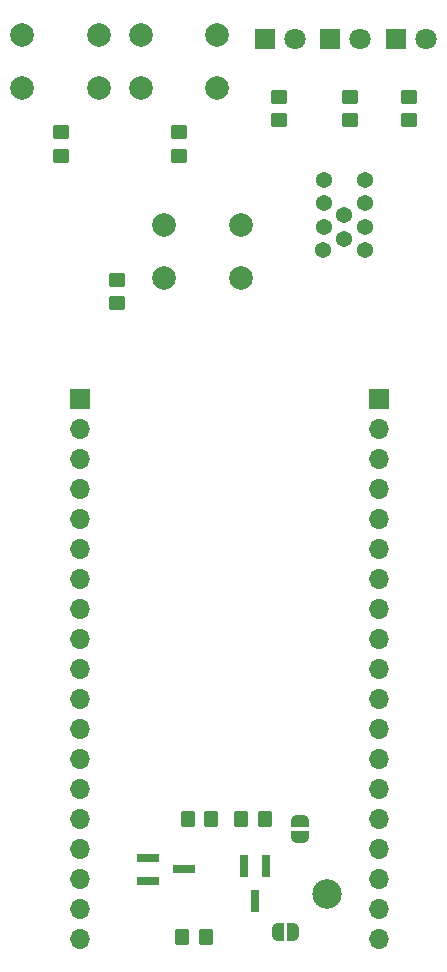
<source format=gts>
G04 #@! TF.GenerationSoftware,KiCad,Pcbnew,(6.0.11)*
G04 #@! TF.CreationDate,2023-03-04T17:24:57+01:00*
G04 #@! TF.ProjectId,jig2,6a696732-2e6b-4696-9361-645f70636258,rev?*
G04 #@! TF.SameCoordinates,Original*
G04 #@! TF.FileFunction,Soldermask,Top*
G04 #@! TF.FilePolarity,Negative*
%FSLAX46Y46*%
G04 Gerber Fmt 4.6, Leading zero omitted, Abs format (unit mm)*
G04 Created by KiCad (PCBNEW (6.0.11)) date 2023-03-04 17:24:57*
%MOMM*%
%LPD*%
G01*
G04 APERTURE LIST*
G04 Aperture macros list*
%AMRoundRect*
0 Rectangle with rounded corners*
0 $1 Rounding radius*
0 $2 $3 $4 $5 $6 $7 $8 $9 X,Y pos of 4 corners*
0 Add a 4 corners polygon primitive as box body*
4,1,4,$2,$3,$4,$5,$6,$7,$8,$9,$2,$3,0*
0 Add four circle primitives for the rounded corners*
1,1,$1+$1,$2,$3*
1,1,$1+$1,$4,$5*
1,1,$1+$1,$6,$7*
1,1,$1+$1,$8,$9*
0 Add four rect primitives between the rounded corners*
20,1,$1+$1,$2,$3,$4,$5,0*
20,1,$1+$1,$4,$5,$6,$7,0*
20,1,$1+$1,$6,$7,$8,$9,0*
20,1,$1+$1,$8,$9,$2,$3,0*%
%AMFreePoly0*
4,1,22,0.500000,-0.750000,0.000000,-0.750000,0.000000,-0.745033,-0.079941,-0.743568,-0.215256,-0.701293,-0.333266,-0.622738,-0.424486,-0.514219,-0.481581,-0.384460,-0.499164,-0.250000,-0.500000,-0.250000,-0.500000,0.250000,-0.499164,0.250000,-0.499963,0.256109,-0.478152,0.396186,-0.417904,0.524511,-0.324060,0.630769,-0.204165,0.706417,-0.067858,0.745374,0.000000,0.744959,0.000000,0.750000,
0.500000,0.750000,0.500000,-0.750000,0.500000,-0.750000,$1*%
%AMFreePoly1*
4,1,20,0.000000,0.744959,0.073905,0.744508,0.209726,0.703889,0.328688,0.626782,0.421226,0.519385,0.479903,0.390333,0.500000,0.250000,0.500000,-0.250000,0.499851,-0.262216,0.476331,-0.402017,0.414519,-0.529596,0.319384,-0.634700,0.198574,-0.708877,0.061801,-0.746166,0.000000,-0.745033,0.000000,-0.750000,-0.500000,-0.750000,-0.500000,0.750000,0.000000,0.750000,0.000000,0.744959,
0.000000,0.744959,$1*%
G04 Aperture macros list end*
%ADD10FreePoly0,180.000000*%
%ADD11FreePoly1,180.000000*%
%ADD12RoundRect,0.250000X0.350000X0.450000X-0.350000X0.450000X-0.350000X-0.450000X0.350000X-0.450000X0*%
%ADD13RoundRect,0.250000X-0.450000X0.350000X-0.450000X-0.350000X0.450000X-0.350000X0.450000X0.350000X0*%
%ADD14C,2.000000*%
%ADD15R,1.700000X1.700000*%
%ADD16O,1.700000X1.700000*%
%ADD17R,0.800000X1.900000*%
%ADD18R,1.800000X1.800000*%
%ADD19C,1.800000*%
%ADD20RoundRect,0.250000X-0.350000X-0.450000X0.350000X-0.450000X0.350000X0.450000X-0.350000X0.450000X0*%
%ADD21R,1.900000X0.800000*%
%ADD22FreePoly0,90.000000*%
%ADD23FreePoly1,90.000000*%
%ADD24C,1.371600*%
%ADD25C,2.500000*%
G04 APERTURE END LIST*
D10*
X25650000Y-80750000D03*
D11*
X24350000Y-80750000D03*
D12*
X18250000Y-81120000D03*
X16250000Y-81120000D03*
D13*
X6000000Y-13000000D03*
X6000000Y-15000000D03*
D14*
X9250000Y-4765564D03*
X2750000Y-4765564D03*
X2750000Y-9265564D03*
X9250000Y-9265564D03*
D15*
X7620000Y-35560000D03*
D16*
X7620000Y-38100000D03*
X7620000Y-40640000D03*
X7620000Y-43180000D03*
X7620000Y-45720000D03*
X7620000Y-48260000D03*
X7620000Y-50800000D03*
X7620000Y-53340000D03*
X7620000Y-55880000D03*
X7620000Y-58420000D03*
X7620000Y-60960000D03*
X7620000Y-63500000D03*
X7620000Y-66040000D03*
X7620000Y-68580000D03*
X7620000Y-71120000D03*
X7620000Y-73660000D03*
X7620000Y-76200000D03*
X7620000Y-78740000D03*
X7620000Y-81280000D03*
D17*
X23380000Y-75120000D03*
X21480000Y-75120000D03*
X22430000Y-78120000D03*
D13*
X35500000Y-10000000D03*
X35500000Y-12000000D03*
X30500000Y-10000000D03*
X30500000Y-12000000D03*
X16000000Y-13000000D03*
X16000000Y-15000000D03*
D18*
X23290000Y-5080000D03*
D19*
X25830000Y-5080000D03*
D20*
X21250000Y-71120000D03*
X23250000Y-71120000D03*
D15*
X32975000Y-35570000D03*
D16*
X32975000Y-38110000D03*
X32975000Y-40650000D03*
X32975000Y-43190000D03*
X32975000Y-45730000D03*
X32975000Y-48270000D03*
X32975000Y-50810000D03*
X32975000Y-53350000D03*
X32975000Y-55890000D03*
X32975000Y-58430000D03*
X32975000Y-60970000D03*
X32975000Y-63510000D03*
X32975000Y-66050000D03*
X32975000Y-68590000D03*
X32975000Y-71130000D03*
X32975000Y-73670000D03*
X32975000Y-76210000D03*
X32975000Y-78750000D03*
X32975000Y-81290000D03*
D21*
X13400000Y-74470000D03*
X13400000Y-76370000D03*
X16400000Y-75420000D03*
D13*
X24500000Y-10000000D03*
X24500000Y-12000000D03*
D22*
X26250000Y-72650000D03*
D23*
X26250000Y-71350000D03*
D24*
X28256000Y-17005000D03*
X28256000Y-19005000D03*
X28256000Y-21005000D03*
X28206000Y-23005000D03*
X30006000Y-20005000D03*
X30006000Y-22005000D03*
X31756000Y-17005000D03*
X31756000Y-19005000D03*
X31756000Y-21005000D03*
X31756000Y-23005000D03*
D25*
X28500000Y-77500000D03*
D18*
X28830000Y-5080000D03*
D19*
X31370000Y-5080000D03*
D13*
X10750000Y-25500000D03*
X10750000Y-27500000D03*
D14*
X19250000Y-4765564D03*
X12750000Y-4765564D03*
X19250000Y-9265564D03*
X12750000Y-9265564D03*
D18*
X34370000Y-5080000D03*
D19*
X36910000Y-5080000D03*
D12*
X18750000Y-71120000D03*
X16750000Y-71120000D03*
D14*
X14750000Y-20820000D03*
X21250000Y-20820000D03*
X14750000Y-25320000D03*
X21250000Y-25320000D03*
M02*

</source>
